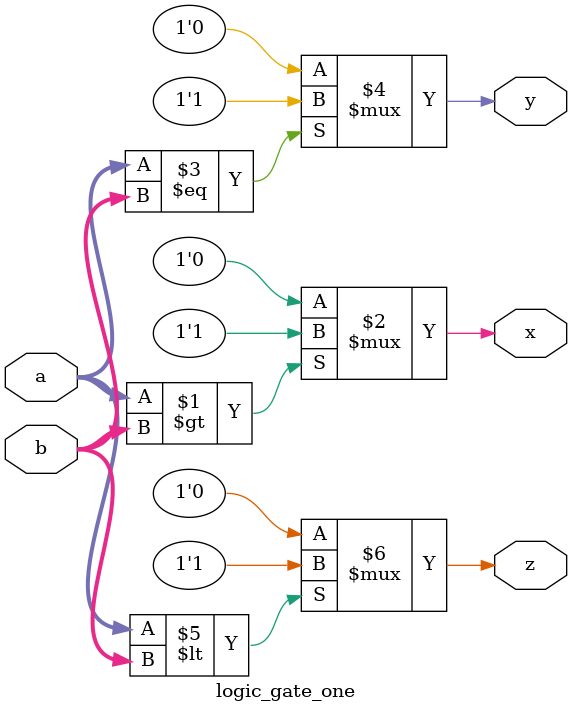
<source format=v>
`timescale 1ns / 1ps


module logic_gate_one(a, b, x, y, z );

input [3 : 0] a, b;

output x, y, z;

wire x, y, z;

assign x = (a > b) ? 1'b1 : 1'b0;

assign y = (a == b) ? 1'b1 : 1'b0;

assign z = (a < b) ? 1'b1 : 1'b0; 

endmodule

</source>
